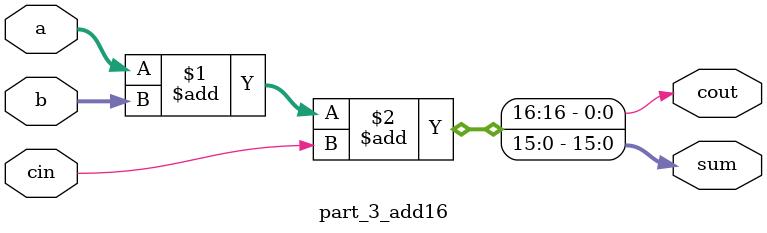
<source format=v>
module part_3_add16 (
    input [15:0] a,
    input [15:0] b,
    input cin,
    output wire [15:0] sum,
    output cout
);

assign {cout, sum} = a + b + cin;

endmodule
</source>
